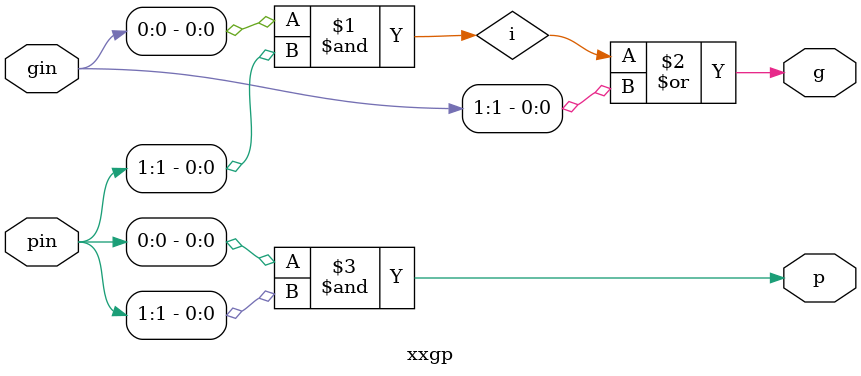
<source format=sv>
module xxgp(
	input logic [1:0] gin,pin,
	output logic g,p
	);
logic i;

assign i = gin[0] & pin[1]; 
assign g = i | gin[1];
assign p = pin[0] & pin[1];

endmodule


</source>
